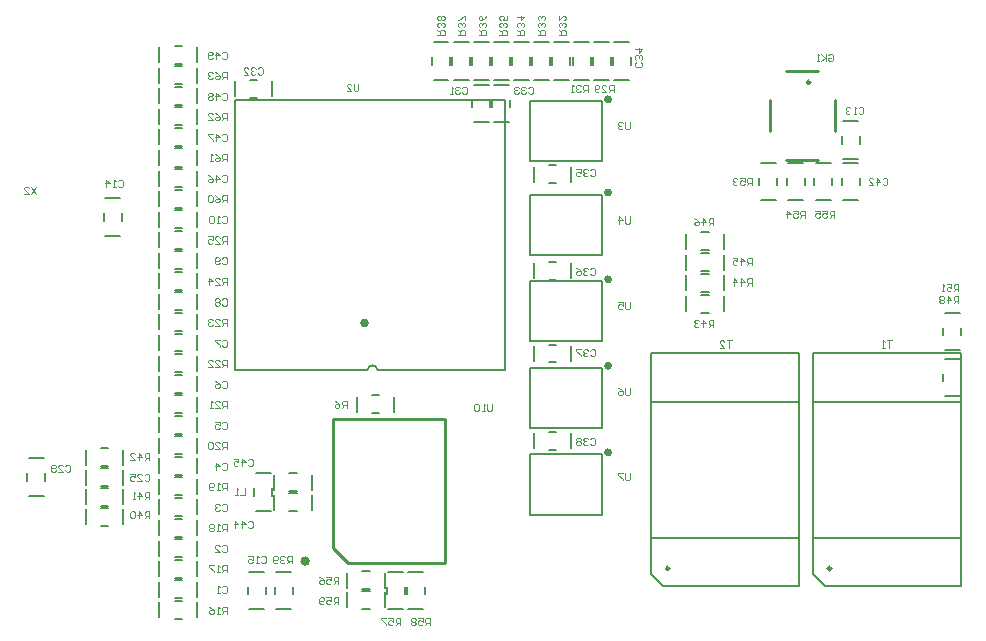
<source format=gbo>
G04*
G04 #@! TF.GenerationSoftware,Altium Limited,Altium Designer,22.1.2 (22)*
G04*
G04 Layer_Color=39423*
%FSAX42Y42*%
%MOMM*%
G71*
G04*
G04 #@! TF.SameCoordinates,E4C0A244-69B5-4938-BB08-EE03E06FC36A*
G04*
G04*
G04 #@! TF.FilePolarity,Positive*
G04*
G01*
G75*
%ADD12C,0.40*%
%ADD13C,0.15*%
%ADD14C,0.20*%
%ADD15C,0.25*%
%ADD17C,0.10*%
%ADD54C,0.30*%
D12*
X002570Y001162D02*
G03*
X002570Y001162I-000020J000000D01*
G01*
D13*
X002986Y002426D02*
Y002553D01*
X003304Y002426D02*
Y002553D01*
X003114Y002414D02*
X003177D01*
X003114Y002566D02*
X003177D01*
X000196Y001843D02*
Y001907D01*
X000349Y001843D02*
Y001907D01*
X000209Y002034D02*
X000336D01*
X000209Y001717D02*
X000336D01*
X004613Y002104D02*
X004676D01*
X004613Y002256D02*
X004676D01*
X004486Y002117D02*
Y002243D01*
X004803Y002117D02*
Y002243D01*
X004613Y002844D02*
X004676D01*
X004613Y002996D02*
X004676D01*
X004486Y002857D02*
Y002983D01*
X004803Y002857D02*
Y002983D01*
X004613Y003544D02*
X004676D01*
X004613Y003696D02*
X004676D01*
X004486Y003556D02*
Y003683D01*
X004803Y003556D02*
Y003683D01*
X004613Y004364D02*
X004676D01*
X004613Y004516D02*
X004676D01*
X004486Y004376D02*
Y004503D01*
X004803Y004376D02*
Y004503D01*
X005306Y005363D02*
Y005427D01*
X005154Y005363D02*
Y005427D01*
X005167Y005237D02*
X005294D01*
X005167Y005554D02*
X005294D01*
X001444Y005526D02*
X001507D01*
X001444Y005374D02*
X001507D01*
X001634Y005387D02*
Y005513D01*
X001316Y005387D02*
Y005513D01*
X001444Y005178D02*
X001507D01*
X001444Y005026D02*
X001507D01*
X001634Y005038D02*
Y005165D01*
X001316Y005038D02*
Y005165D01*
X001444Y004830D02*
X001507D01*
X001444Y004678D02*
X001507D01*
X001634Y004690D02*
Y004817D01*
X001316Y004690D02*
Y004817D01*
X001444Y004482D02*
X001507D01*
X001444Y004329D02*
X001507D01*
X001634Y004342D02*
Y004469D01*
X001316Y004342D02*
Y004469D01*
X002414Y001906D02*
X002477D01*
X002414Y001754D02*
X002477D01*
X002604Y001767D02*
Y001893D01*
X002286Y001767D02*
Y001893D01*
X002414Y001739D02*
X002477D01*
X002414Y001586D02*
X002477D01*
X002604Y001599D02*
Y001726D01*
X002286Y001599D02*
Y001726D01*
X007246Y004343D02*
Y004406D01*
X007094Y004343D02*
Y004406D01*
X007107Y004216D02*
X007233D01*
X007107Y004533D02*
X007233D01*
X004286Y005003D02*
Y005067D01*
X004134Y005003D02*
Y005067D01*
X004147Y004876D02*
X004274D01*
X004147Y005194D02*
X004274D01*
X002082Y005086D02*
X002146D01*
X002082Y005238D02*
X002146D01*
X001955Y005098D02*
Y005225D01*
X002273Y005098D02*
Y005225D01*
X003964Y005003D02*
Y005067D01*
X004116Y005003D02*
Y005067D01*
X003976Y005194D02*
X004103D01*
X003976Y004876D02*
X004103D01*
X000819Y001796D02*
X000882D01*
X000819Y001949D02*
X000882D01*
X000691Y001809D02*
Y001936D01*
X001009Y001809D02*
Y001936D01*
X002064Y000884D02*
Y000947D01*
X002216Y000884D02*
Y000947D01*
X002076Y001074D02*
X002203D01*
X002076Y000757D02*
X002203D01*
X000996Y004043D02*
Y004106D01*
X000844Y004043D02*
Y004106D01*
X000856Y003916D02*
X000984D01*
X000856Y004233D02*
X000984D01*
X007094Y004696D02*
Y004759D01*
X007246Y004696D02*
Y004759D01*
X007107Y004886D02*
X007233D01*
X007107Y004569D02*
X007233D01*
X001444Y004134D02*
X001507D01*
X001444Y003981D02*
X001507D01*
X001634Y003994D02*
Y004121D01*
X001316Y003994D02*
Y004121D01*
X001444Y003785D02*
X001507D01*
X001444Y003633D02*
X001507D01*
X001634Y003646D02*
Y003773D01*
X001316Y003646D02*
Y003773D01*
X001444Y003437D02*
X001507D01*
X001444Y003285D02*
X001507D01*
X001634Y003298D02*
Y003425D01*
X001316Y003298D02*
Y003425D01*
X001444Y003089D02*
X001507D01*
X001444Y002937D02*
X001507D01*
X001634Y002949D02*
Y003076D01*
X001316Y002949D02*
Y003076D01*
X001444Y002741D02*
X001507D01*
X001444Y002589D02*
X001507D01*
X001634Y002601D02*
Y002728D01*
X001316Y002601D02*
Y002728D01*
X001444Y002393D02*
X001507D01*
X001444Y002240D02*
X001507D01*
X001634Y002253D02*
Y002380D01*
X001316Y002253D02*
Y002380D01*
X001444Y002045D02*
X001507D01*
X001444Y001892D02*
X001507D01*
X001634Y001905D02*
Y002032D01*
X001316Y001905D02*
Y002032D01*
X001444Y001697D02*
X001507D01*
X001444Y001544D02*
X001507D01*
X001634Y001557D02*
Y001684D01*
X001316Y001557D02*
Y001684D01*
X001444Y001348D02*
X001507D01*
X001444Y001196D02*
X001507D01*
X001634Y001209D02*
Y001336D01*
X001316Y001209D02*
Y001336D01*
X001444Y001000D02*
X001507D01*
X001444Y000848D02*
X001507D01*
X001634Y000861D02*
Y000988D01*
X001316Y000861D02*
Y000988D01*
X005903Y003618D02*
X005967D01*
X005903Y003770D02*
X005967D01*
X005776Y003631D02*
Y003758D01*
X006094Y003631D02*
Y003758D01*
Y003455D02*
Y003582D01*
X005776Y003455D02*
Y003582D01*
X005903Y003595D02*
X005967D01*
X005903Y003442D02*
X005967D01*
X005903Y003266D02*
X005967D01*
X005903Y003419D02*
X005967D01*
X005776Y003279D02*
Y003406D01*
X006094Y003279D02*
Y003406D01*
X005903Y003794D02*
X005967D01*
X005903Y003946D02*
X005967D01*
X005776Y003806D02*
Y003933D01*
X006094Y003806D02*
Y003933D01*
X002132Y001586D02*
X002259D01*
X002132Y001904D02*
X002259D01*
X002271Y001714D02*
Y001777D01*
X002119Y001714D02*
Y001777D01*
X003226Y000770D02*
Y000897D01*
X002908Y000770D02*
Y000897D01*
X003035Y000909D02*
X003099D01*
X003035Y000757D02*
X003099D01*
X003035Y000924D02*
X003099D01*
X003035Y001076D02*
X003099D01*
X002908Y000936D02*
Y001064D01*
X003226Y000936D02*
Y001064D01*
X003241Y000884D02*
Y000947D01*
X003393Y000884D02*
Y000947D01*
X003254Y001074D02*
X003381D01*
X003254Y000757D02*
X003381D01*
X003421D02*
X003548D01*
X003421Y001074D02*
X003548D01*
X003561Y000884D02*
Y000947D01*
X003408Y000884D02*
Y000947D01*
X006780Y004343D02*
Y004406D01*
X006628Y004343D02*
Y004406D01*
X006641Y004216D02*
X006768D01*
X006641Y004533D02*
X006768D01*
X007013Y004343D02*
Y004406D01*
X006861Y004343D02*
Y004406D01*
X006874Y004216D02*
X007001D01*
X006874Y004533D02*
X007001D01*
X006395Y004343D02*
Y004406D01*
X006547Y004343D02*
Y004406D01*
X006408Y004533D02*
X006535D01*
X006408Y004216D02*
X006535D01*
X003624Y005363D02*
Y005427D01*
X003776Y005363D02*
Y005427D01*
X003637Y005554D02*
X003763D01*
X003637Y005237D02*
X003763D01*
X003794Y005363D02*
Y005427D01*
X003946Y005363D02*
Y005427D01*
X003806Y005554D02*
X003933D01*
X003806Y005237D02*
X003933D01*
X003964Y005363D02*
Y005427D01*
X004116Y005363D02*
Y005427D01*
X003976Y005554D02*
X004103D01*
X003976Y005237D02*
X004103D01*
X004134Y005363D02*
Y005427D01*
X004286Y005363D02*
Y005427D01*
X004147Y005554D02*
X004274D01*
X004147Y005237D02*
X004274D01*
X004304Y005363D02*
Y005427D01*
X004456Y005363D02*
Y005427D01*
X004317Y005554D02*
X004444D01*
X004317Y005237D02*
X004444D01*
X004474Y005363D02*
Y005427D01*
X004626Y005363D02*
Y005427D01*
X004487Y005554D02*
X004613D01*
X004487Y005237D02*
X004613D01*
X004644Y005363D02*
Y005427D01*
X004796Y005363D02*
Y005427D01*
X004656Y005554D02*
X004783D01*
X004656Y005237D02*
X004783D01*
X004826D02*
X004953D01*
X004826Y005554D02*
X004953D01*
X004966Y005363D02*
Y005427D01*
X004814Y005363D02*
Y005427D01*
X004997Y005554D02*
X005124D01*
X004997Y005237D02*
X005124D01*
X004984Y005363D02*
Y005427D01*
X005136Y005363D02*
Y005427D01*
X000691Y001976D02*
Y002103D01*
X001009Y001976D02*
Y002103D01*
X000819Y001964D02*
X000882D01*
X000819Y002116D02*
X000882D01*
X000819Y001614D02*
X000882D01*
X000819Y001462D02*
X000882D01*
X001009Y001474D02*
Y001601D01*
X000691Y001474D02*
Y001601D01*
X000819Y001781D02*
X000882D01*
X000819Y001629D02*
X000882D01*
X001009Y001642D02*
Y001769D01*
X000691Y001642D02*
Y001769D01*
X001316Y004516D02*
Y004643D01*
X001634Y004516D02*
Y004643D01*
X001444Y004503D02*
X001507D01*
X001444Y004656D02*
X001507D01*
X001444Y004308D02*
X001507D01*
X001444Y004155D02*
X001507D01*
X001634Y004168D02*
Y004295D01*
X001316Y004168D02*
Y004295D01*
X002306Y000757D02*
X002433D01*
X002306Y001074D02*
X002433D01*
X002445Y000884D02*
Y000947D01*
X002293Y000884D02*
Y000947D01*
X001316Y001035D02*
Y001162D01*
X001634Y001035D02*
Y001162D01*
X001444Y001022D02*
X001507D01*
X001444Y001174D02*
X001507D01*
X001316Y002427D02*
Y002554D01*
X001634Y002427D02*
Y002554D01*
X001444Y002415D02*
X001507D01*
X001444Y002567D02*
X001507D01*
X001316Y001383D02*
Y001510D01*
X001634Y001383D02*
Y001510D01*
X001444Y001370D02*
X001507D01*
X001444Y001522D02*
X001507D01*
X001316Y002079D02*
Y002206D01*
X001634Y002079D02*
Y002206D01*
X001444Y002066D02*
X001507D01*
X001444Y002219D02*
X001507D01*
X001316Y001731D02*
Y001858D01*
X001634Y001731D02*
Y001858D01*
X001444Y001718D02*
X001507D01*
X001444Y001871D02*
X001507D01*
X001316Y002775D02*
Y002902D01*
X001634Y002775D02*
Y002902D01*
X001444Y002763D02*
X001507D01*
X001444Y002915D02*
X001507D01*
X001316Y003472D02*
Y003599D01*
X001634Y003472D02*
Y003599D01*
X001444Y003459D02*
X001507D01*
X001444Y003611D02*
X001507D01*
X007954Y003074D02*
Y003137D01*
X008106Y003074D02*
Y003137D01*
X007967Y003264D02*
X008093D01*
X007967Y002947D02*
X008093D01*
X007954Y002683D02*
Y002747D01*
X008106Y002683D02*
Y002747D01*
X007967Y002874D02*
X008093D01*
X007967Y002556D02*
X008093D01*
X001316Y000686D02*
Y000814D01*
X001634Y000686D02*
Y000814D01*
X001444Y000674D02*
X001507D01*
X001444Y000826D02*
X001507D01*
X001316Y005212D02*
Y005339D01*
X001634Y005212D02*
Y005339D01*
X001444Y005200D02*
X001507D01*
X001444Y005352D02*
X001507D01*
X001316Y004864D02*
Y004991D01*
X001634Y004864D02*
Y004991D01*
X001444Y004852D02*
X001507D01*
X001444Y005004D02*
X001507D01*
X001316Y003820D02*
Y003947D01*
X001634Y003820D02*
Y003947D01*
X001444Y003807D02*
X001507D01*
X001444Y003960D02*
X001507D01*
X001316Y003124D02*
Y003251D01*
X001634Y003124D02*
Y003251D01*
X001444Y003111D02*
X001507D01*
X001444Y003263D02*
X001507D01*
D14*
X003164Y002782D02*
G03*
X003075Y002782I-000044J-000007D01*
G01*
X006850Y002920D02*
X008100D01*
X006850Y001360D02*
X008100D01*
X006850Y002510D02*
X008100D01*
Y000950D02*
Y002920D01*
X006850Y001050D02*
Y002920D01*
Y001050D02*
X006950Y000950D01*
X008100D01*
X005480Y002920D02*
X006730D01*
X005480Y001360D02*
X006730D01*
X005480Y002510D02*
X006730D01*
Y000950D02*
Y002920D01*
X005480Y001050D02*
Y002920D01*
Y001050D02*
X005580Y000950D01*
X006730D01*
X005065Y001556D02*
Y002065D01*
X004455Y001556D02*
X005065D01*
X004455Y002065D02*
X005065D01*
X004455Y001556D02*
Y002065D01*
Y002289D02*
Y002798D01*
X005065D01*
X004455Y002289D02*
X005065D01*
Y002798D01*
Y003023D02*
Y003532D01*
X004455Y003023D02*
X005065D01*
X004455Y003532D02*
X005065D01*
X004455Y003023D02*
Y003532D01*
Y003756D02*
Y004265D01*
X005065D01*
X004455Y003756D02*
X005065D01*
Y004265D01*
X004455Y004546D02*
Y005055D01*
X005065D01*
X004455Y004546D02*
X005065D01*
Y005055D01*
X003164Y002782D02*
X004244D01*
X001958D02*
X002529D01*
X003075D01*
X001958D02*
Y005068D01*
X004244D01*
Y002782D02*
Y005068D01*
D15*
X006828Y005216D02*
G03*
X006828Y005216I-000015J000000D01*
G01*
X007004Y001100D02*
G03*
X007004Y001100I-000014J000000D01*
G01*
X005634D02*
G03*
X005634Y001100I-000014J000000D01*
G01*
X002785Y001270D02*
Y002363D01*
Y001270D02*
X002912Y001143D01*
X003738D01*
X002785Y002363D02*
X003738D01*
Y001143D02*
Y002363D01*
X006488Y004801D02*
Y005064D01*
X007032Y004801D02*
Y005064D01*
X006625Y004554D02*
X006888D01*
X006625Y005309D02*
X006888D01*
D17*
X006005Y003145D02*
Y003205D01*
X005975D01*
X005965Y003195D01*
Y003175D01*
X005975Y003165D01*
X006005D01*
X005985D02*
X005965Y003145D01*
X005915D02*
Y003205D01*
X005945Y003175D01*
X005905D01*
X005885Y003195D02*
X005875Y003205D01*
X005855D01*
X005845Y003195D01*
Y003185D01*
X005855Y003175D01*
X005865D01*
X005855D01*
X005845Y003165D01*
Y003155D01*
X005855Y003145D01*
X005875D01*
X005885Y003155D01*
X004130Y002496D02*
Y002446D01*
X004120Y002436D01*
X004100D01*
X004090Y002446D01*
Y002496D01*
X004070Y002436D02*
X004050D01*
X004060D01*
Y002496D01*
X004070Y002486D01*
X004020D02*
X004010Y002496D01*
X003990D01*
X003980Y002486D01*
Y002446D01*
X003990Y002436D01*
X004010D01*
X004020Y002446D01*
Y002486D01*
X002900Y002460D02*
Y002520D01*
X002870D01*
X002860Y002510D01*
Y002490D01*
X002870Y002480D01*
X002900D01*
X002880D02*
X002860Y002460D01*
X002800Y002520D02*
X002820Y002510D01*
X002840Y002490D01*
Y002470D01*
X002830Y002460D01*
X002810D01*
X002800Y002470D01*
Y002480D01*
X002810Y002490D01*
X002840D01*
X001886Y005243D02*
Y005303D01*
X001856D01*
X001846Y005293D01*
Y005273D01*
X001856Y005263D01*
X001886D01*
X001866D02*
X001846Y005243D01*
X001786Y005303D02*
X001806Y005293D01*
X001826Y005273D01*
Y005253D01*
X001816Y005243D01*
X001796D01*
X001786Y005253D01*
Y005263D01*
X001796Y005273D01*
X001826D01*
X001766Y005293D02*
X001756Y005303D01*
X001736D01*
X001726Y005293D01*
Y005283D01*
X001736Y005273D01*
X001746D01*
X001736D01*
X001726Y005263D01*
Y005253D01*
X001736Y005243D01*
X001756D01*
X001766Y005253D01*
X001886Y004895D02*
Y004955D01*
X001856D01*
X001846Y004945D01*
Y004925D01*
X001856Y004915D01*
X001886D01*
X001866D02*
X001846Y004895D01*
X001786Y004955D02*
X001806Y004945D01*
X001826Y004925D01*
Y004905D01*
X001816Y004895D01*
X001796D01*
X001786Y004905D01*
Y004915D01*
X001796Y004925D01*
X001826D01*
X001726Y004895D02*
X001766D01*
X001726Y004935D01*
Y004945D01*
X001736Y004955D01*
X001756D01*
X001766Y004945D01*
X001886Y004547D02*
Y004607D01*
X001856D01*
X001846Y004597D01*
Y004577D01*
X001856Y004567D01*
X001886D01*
X001866D02*
X001846Y004547D01*
X001786Y004607D02*
X001806Y004597D01*
X001826Y004577D01*
Y004557D01*
X001816Y004547D01*
X001796D01*
X001786Y004557D01*
Y004567D01*
X001796Y004577D01*
X001826D01*
X001766Y004547D02*
X001746D01*
X001756D01*
Y004607D01*
X001766Y004597D01*
X001886Y004199D02*
Y004259D01*
X001856D01*
X001846Y004249D01*
Y004229D01*
X001856Y004219D01*
X001886D01*
X001866D02*
X001846Y004199D01*
X001786Y004259D02*
X001806Y004249D01*
X001826Y004229D01*
Y004209D01*
X001816Y004199D01*
X001796D01*
X001786Y004209D01*
Y004219D01*
X001796Y004229D01*
X001826D01*
X001766Y004249D02*
X001756Y004259D01*
X001736D01*
X001726Y004249D01*
Y004209D01*
X001736Y004199D01*
X001756D01*
X001766Y004209D01*
Y004249D01*
X001846Y005465D02*
X001856Y005475D01*
X001876D01*
X001886Y005465D01*
Y005425D01*
X001876Y005415D01*
X001856D01*
X001846Y005425D01*
X001796Y005415D02*
Y005475D01*
X001826Y005445D01*
X001786D01*
X001766Y005425D02*
X001756Y005415D01*
X001736D01*
X001726Y005425D01*
Y005465D01*
X001736Y005475D01*
X001756D01*
X001766Y005465D01*
Y005455D01*
X001756Y005445D01*
X001726D01*
X001846Y005117D02*
X001856Y005127D01*
X001876D01*
X001886Y005117D01*
Y005077D01*
X001876Y005067D01*
X001856D01*
X001846Y005077D01*
X001796Y005067D02*
Y005127D01*
X001826Y005097D01*
X001786D01*
X001766Y005117D02*
X001756Y005127D01*
X001736D01*
X001726Y005117D01*
Y005107D01*
X001736Y005097D01*
X001726Y005087D01*
Y005077D01*
X001736Y005067D01*
X001756D01*
X001766Y005077D01*
Y005087D01*
X001756Y005097D01*
X001766Y005107D01*
Y005117D01*
X001756Y005097D02*
X001736D01*
X001846Y004769D02*
X001856Y004779D01*
X001876D01*
X001886Y004769D01*
Y004729D01*
X001876Y004719D01*
X001856D01*
X001846Y004729D01*
X001796Y004719D02*
Y004779D01*
X001826Y004749D01*
X001786D01*
X001766Y004779D02*
X001726D01*
Y004769D01*
X001766Y004729D01*
Y004719D01*
X001846Y004421D02*
X001856Y004431D01*
X001876D01*
X001886Y004421D01*
Y004381D01*
X001876Y004371D01*
X001856D01*
X001846Y004381D01*
X001796Y004371D02*
Y004431D01*
X001826Y004401D01*
X001786D01*
X001726Y004431D02*
X001746Y004421D01*
X001766Y004401D01*
Y004381D01*
X001756Y004371D01*
X001736D01*
X001726Y004381D01*
Y004391D01*
X001736Y004401D01*
X001766D01*
X001886Y003851D02*
Y003911D01*
X001856D01*
X001846Y003901D01*
Y003881D01*
X001856Y003871D01*
X001886D01*
X001866D02*
X001846Y003851D01*
X001786D02*
X001826D01*
X001786Y003891D01*
Y003901D01*
X001796Y003911D01*
X001816D01*
X001826Y003901D01*
X001726Y003911D02*
X001766D01*
Y003881D01*
X001746Y003891D01*
X001736D01*
X001726Y003881D01*
Y003861D01*
X001736Y003851D01*
X001756D01*
X001766Y003861D01*
X001886Y003503D02*
Y003563D01*
X001856D01*
X001846Y003553D01*
Y003533D01*
X001856Y003523D01*
X001886D01*
X001866D02*
X001846Y003503D01*
X001786D02*
X001826D01*
X001786Y003543D01*
Y003553D01*
X001796Y003563D01*
X001816D01*
X001826Y003553D01*
X001736Y003503D02*
Y003563D01*
X001766Y003533D01*
X001726D01*
X001886Y003155D02*
Y003215D01*
X001856D01*
X001846Y003205D01*
Y003185D01*
X001856Y003175D01*
X001886D01*
X001866D02*
X001846Y003155D01*
X001786D02*
X001826D01*
X001786Y003195D01*
Y003205D01*
X001796Y003215D01*
X001816D01*
X001826Y003205D01*
X001766D02*
X001756Y003215D01*
X001736D01*
X001726Y003205D01*
Y003195D01*
X001736Y003185D01*
X001746D01*
X001736D01*
X001726Y003175D01*
Y003165D01*
X001736Y003155D01*
X001756D01*
X001766Y003165D01*
X001886Y002806D02*
Y002866D01*
X001856D01*
X001846Y002856D01*
Y002836D01*
X001856Y002826D01*
X001886D01*
X001866D02*
X001846Y002806D01*
X001786D02*
X001826D01*
X001786Y002846D01*
Y002856D01*
X001796Y002866D01*
X001816D01*
X001826Y002856D01*
X001726Y002806D02*
X001766D01*
X001726Y002846D01*
Y002856D01*
X001736Y002866D01*
X001756D01*
X001766Y002856D01*
X001886Y002458D02*
Y002518D01*
X001856D01*
X001846Y002508D01*
Y002488D01*
X001856Y002478D01*
X001886D01*
X001866D02*
X001846Y002458D01*
X001786D02*
X001826D01*
X001786Y002498D01*
Y002508D01*
X001796Y002518D01*
X001816D01*
X001826Y002508D01*
X001766Y002458D02*
X001746D01*
X001756D01*
Y002518D01*
X001766Y002508D01*
X001886Y002110D02*
Y002170D01*
X001856D01*
X001846Y002160D01*
Y002140D01*
X001856Y002130D01*
X001886D01*
X001866D02*
X001846Y002110D01*
X001786D02*
X001826D01*
X001786Y002150D01*
Y002160D01*
X001796Y002170D01*
X001816D01*
X001826Y002160D01*
X001766D02*
X001756Y002170D01*
X001736D01*
X001726Y002160D01*
Y002120D01*
X001736Y002110D01*
X001756D01*
X001766Y002120D01*
Y002160D01*
X001886Y001762D02*
Y001822D01*
X001856D01*
X001846Y001812D01*
Y001792D01*
X001856Y001782D01*
X001886D01*
X001866D02*
X001846Y001762D01*
X001826D02*
X001806D01*
X001816D01*
Y001822D01*
X001826Y001812D01*
X001776Y001772D02*
X001766Y001762D01*
X001746D01*
X001736Y001772D01*
Y001812D01*
X001746Y001822D01*
X001766D01*
X001776Y001812D01*
Y001802D01*
X001766Y001792D01*
X001736D01*
X001886Y001414D02*
Y001474D01*
X001856D01*
X001846Y001464D01*
Y001444D01*
X001856Y001434D01*
X001886D01*
X001866D02*
X001846Y001414D01*
X001826D02*
X001806D01*
X001816D01*
Y001474D01*
X001826Y001464D01*
X001776D02*
X001766Y001474D01*
X001746D01*
X001736Y001464D01*
Y001454D01*
X001746Y001444D01*
X001736Y001434D01*
Y001424D01*
X001746Y001414D01*
X001766D01*
X001776Y001424D01*
Y001434D01*
X001766Y001444D01*
X001776Y001454D01*
Y001464D01*
X001766Y001444D02*
X001746D01*
X001846Y004073D02*
X001856Y004083D01*
X001876D01*
X001886Y004073D01*
Y004033D01*
X001876Y004023D01*
X001856D01*
X001846Y004033D01*
X001826Y004023D02*
X001806D01*
X001816D01*
Y004083D01*
X001826Y004073D01*
X001776D02*
X001766Y004083D01*
X001746D01*
X001736Y004073D01*
Y004033D01*
X001746Y004023D01*
X001766D01*
X001776Y004033D01*
Y004073D01*
X001846Y003724D02*
X001856Y003734D01*
X001876D01*
X001886Y003724D01*
Y003685D01*
X001876Y003675D01*
X001856D01*
X001846Y003685D01*
X001826D02*
X001816Y003675D01*
X001796D01*
X001786Y003685D01*
Y003724D01*
X001796Y003734D01*
X001816D01*
X001826Y003724D01*
Y003714D01*
X001816Y003704D01*
X001786D01*
X001846Y003376D02*
X001856Y003386D01*
X001876D01*
X001886Y003376D01*
Y003336D01*
X001876Y003326D01*
X001856D01*
X001846Y003336D01*
X001826Y003376D02*
X001816Y003386D01*
X001796D01*
X001786Y003376D01*
Y003366D01*
X001796Y003356D01*
X001786Y003346D01*
Y003336D01*
X001796Y003326D01*
X001816D01*
X001826Y003336D01*
Y003346D01*
X001816Y003356D01*
X001826Y003366D01*
Y003376D01*
X001816Y003356D02*
X001796D01*
X001846Y003028D02*
X001856Y003038D01*
X001876D01*
X001886Y003028D01*
Y002988D01*
X001876Y002978D01*
X001856D01*
X001846Y002988D01*
X001826Y003038D02*
X001786D01*
Y003028D01*
X001826Y002988D01*
Y002978D01*
X001846Y002680D02*
X001856Y002690D01*
X001876D01*
X001886Y002680D01*
Y002640D01*
X001876Y002630D01*
X001856D01*
X001846Y002640D01*
X001786Y002690D02*
X001806Y002680D01*
X001826Y002660D01*
Y002640D01*
X001816Y002630D01*
X001796D01*
X001786Y002640D01*
Y002650D01*
X001796Y002660D01*
X001826D01*
X001846Y002332D02*
X001856Y002342D01*
X001876D01*
X001886Y002332D01*
Y002292D01*
X001876Y002282D01*
X001856D01*
X001846Y002292D01*
X001786Y002342D02*
X001826D01*
Y002312D01*
X001806Y002322D01*
X001796D01*
X001786Y002312D01*
Y002292D01*
X001796Y002282D01*
X001816D01*
X001826Y002292D01*
X001846Y001984D02*
X001856Y001994D01*
X001876D01*
X001886Y001984D01*
Y001944D01*
X001876Y001934D01*
X001856D01*
X001846Y001944D01*
X001796Y001934D02*
Y001994D01*
X001826Y001964D01*
X001786D01*
X001846Y001636D02*
X001856Y001646D01*
X001876D01*
X001886Y001636D01*
Y001596D01*
X001876Y001586D01*
X001856D01*
X001846Y001596D01*
X001826Y001636D02*
X001816Y001646D01*
X001796D01*
X001786Y001636D01*
Y001626D01*
X001796Y001616D01*
X001806D01*
X001796D01*
X001786Y001606D01*
Y001596D01*
X001796Y001586D01*
X001816D01*
X001826Y001596D01*
X001846Y001287D02*
X001856Y001297D01*
X001876D01*
X001886Y001287D01*
Y001247D01*
X001876Y001237D01*
X001856D01*
X001846Y001247D01*
X001786Y001237D02*
X001826D01*
X001786Y001277D01*
Y001287D01*
X001796Y001297D01*
X001816D01*
X001826Y001287D01*
X006980Y005445D02*
X006990Y005455D01*
X007010D01*
X007020Y005445D01*
Y005405D01*
X007010Y005395D01*
X006990D01*
X006980Y005405D01*
Y005425D01*
X007000D01*
X006960Y005455D02*
Y005395D01*
Y005415D01*
X006920Y005455D01*
X006950Y005425D01*
X006920Y005395D01*
X006900D02*
X006880D01*
X006890D01*
Y005455D01*
X006900Y005445D01*
X000270Y004330D02*
X000230Y004270D01*
Y004330D02*
X000270Y004270D01*
X000170D02*
X000210D01*
X000170Y004310D01*
Y004320D01*
X000180Y004330D01*
X000200D01*
X000210Y004320D01*
X005300Y001905D02*
Y001855D01*
X005290Y001845D01*
X005270D01*
X005260Y001855D01*
Y001905D01*
X005240D02*
X005200D01*
Y001895D01*
X005240Y001855D01*
Y001845D01*
X005300Y002630D02*
Y002580D01*
X005290Y002570D01*
X005270D01*
X005260Y002580D01*
Y002630D01*
X005200D02*
X005220Y002620D01*
X005240Y002600D01*
Y002580D01*
X005230Y002570D01*
X005210D01*
X005200Y002580D01*
Y002590D01*
X005210Y002600D01*
X005240D01*
X005300Y003355D02*
Y003305D01*
X005290Y003295D01*
X005270D01*
X005260Y003305D01*
Y003355D01*
X005200D02*
X005240D01*
Y003325D01*
X005220Y003335D01*
X005210D01*
X005200Y003325D01*
Y003305D01*
X005210Y003295D01*
X005230D01*
X005240Y003305D01*
X005300Y004080D02*
Y004030D01*
X005290Y004020D01*
X005270D01*
X005260Y004030D01*
Y004080D01*
X005210Y004020D02*
Y004080D01*
X005240Y004050D01*
X005200D01*
X005300Y004880D02*
Y004830D01*
X005290Y004820D01*
X005270D01*
X005260Y004830D01*
Y004880D01*
X005240Y004870D02*
X005230Y004880D01*
X005210D01*
X005200Y004870D01*
Y004860D01*
X005210Y004850D01*
X005220D01*
X005210D01*
X005200Y004840D01*
Y004830D01*
X005210Y004820D01*
X005230D01*
X005240Y004830D01*
X003000Y005205D02*
Y005155D01*
X002990Y005145D01*
X002970D01*
X002960Y005155D01*
Y005205D01*
X002900Y005145D02*
X002940D01*
X002900Y005185D01*
Y005195D01*
X002910Y005205D01*
X002930D01*
X002940Y005195D01*
X006160Y003030D02*
X006120D01*
X006140D01*
Y002970D01*
X006060D02*
X006100D01*
X006060Y003010D01*
Y003020D01*
X006070Y003030D01*
X006090D01*
X006100Y003020D01*
X007515Y003030D02*
X007475D01*
X007495D01*
Y002970D01*
X007455D02*
X007435D01*
X007445D01*
Y003030D01*
X007455Y003020D01*
X002830Y000795D02*
Y000855D01*
X002800D01*
X002790Y000845D01*
Y000825D01*
X002800Y000815D01*
X002830D01*
X002810D02*
X002790Y000795D01*
X002730Y000855D02*
X002770D01*
Y000825D01*
X002750Y000835D01*
X002740D01*
X002730Y000825D01*
Y000805D01*
X002740Y000795D01*
X002760D01*
X002770Y000805D01*
X002710D02*
X002700Y000795D01*
X002680D01*
X002670Y000805D01*
Y000845D01*
X002680Y000855D01*
X002700D01*
X002710Y000845D01*
Y000835D01*
X002700Y000825D01*
X002670D01*
X003605Y000620D02*
Y000680D01*
X003575D01*
X003565Y000670D01*
Y000650D01*
X003575Y000640D01*
X003605D01*
X003585D02*
X003565Y000620D01*
X003505Y000680D02*
X003545D01*
Y000650D01*
X003525Y000660D01*
X003515D01*
X003505Y000650D01*
Y000630D01*
X003515Y000620D01*
X003535D01*
X003545Y000630D01*
X003485Y000670D02*
X003475Y000680D01*
X003455D01*
X003445Y000670D01*
Y000660D01*
X003455Y000650D01*
X003445Y000640D01*
Y000630D01*
X003455Y000620D01*
X003475D01*
X003485Y000630D01*
Y000640D01*
X003475Y000650D01*
X003485Y000660D01*
Y000670D01*
X003475Y000650D02*
X003455D01*
X003355Y000620D02*
Y000680D01*
X003325D01*
X003315Y000670D01*
Y000650D01*
X003325Y000640D01*
X003355D01*
X003335D02*
X003315Y000620D01*
X003255Y000680D02*
X003295D01*
Y000650D01*
X003275Y000660D01*
X003265D01*
X003255Y000650D01*
Y000630D01*
X003265Y000620D01*
X003285D01*
X003295Y000630D01*
X003235Y000680D02*
X003195D01*
Y000670D01*
X003235Y000630D01*
Y000620D01*
X002830Y000970D02*
Y001030D01*
X002800D01*
X002790Y001020D01*
Y001000D01*
X002800Y000990D01*
X002830D01*
X002810D02*
X002790Y000970D01*
X002730Y001030D02*
X002770D01*
Y001000D01*
X002750Y001010D01*
X002740D01*
X002730Y001000D01*
Y000980D01*
X002740Y000970D01*
X002760D01*
X002770Y000980D01*
X002670Y001030D02*
X002690Y001020D01*
X002710Y001000D01*
Y000980D01*
X002700Y000970D01*
X002680D01*
X002670Y000980D01*
Y000990D01*
X002680Y001000D01*
X002710D01*
X007030Y004070D02*
Y004130D01*
X007000D01*
X006990Y004120D01*
Y004100D01*
X007000Y004090D01*
X007030D01*
X007010D02*
X006990Y004070D01*
X006930Y004130D02*
X006970D01*
Y004100D01*
X006950Y004110D01*
X006940D01*
X006930Y004100D01*
Y004080D01*
X006940Y004070D01*
X006960D01*
X006970Y004080D01*
X006870Y004130D02*
X006910D01*
Y004100D01*
X006890Y004110D01*
X006880D01*
X006870Y004100D01*
Y004080D01*
X006880Y004070D01*
X006900D01*
X006910Y004080D01*
X006780Y004070D02*
Y004130D01*
X006750D01*
X006740Y004120D01*
Y004100D01*
X006750Y004090D01*
X006780D01*
X006760D02*
X006740Y004070D01*
X006680Y004130D02*
X006720D01*
Y004100D01*
X006700Y004110D01*
X006690D01*
X006680Y004100D01*
Y004080D01*
X006690Y004070D01*
X006710D01*
X006720Y004080D01*
X006630Y004070D02*
Y004130D01*
X006660Y004100D01*
X006620D01*
X006330Y004345D02*
Y004405D01*
X006300D01*
X006290Y004395D01*
Y004375D01*
X006300Y004365D01*
X006330D01*
X006310D02*
X006290Y004345D01*
X006230Y004405D02*
X006270D01*
Y004375D01*
X006250Y004385D01*
X006240D01*
X006230Y004375D01*
Y004355D01*
X006240Y004345D01*
X006260D01*
X006270Y004355D01*
X006210Y004395D02*
X006200Y004405D01*
X006180D01*
X006170Y004395D01*
Y004385D01*
X006180Y004375D01*
X006190D01*
X006180D01*
X006170Y004365D01*
Y004355D01*
X006180Y004345D01*
X006200D01*
X006210Y004355D01*
X008080Y003445D02*
Y003505D01*
X008050D01*
X008040Y003495D01*
Y003475D01*
X008050Y003465D01*
X008080D01*
X008060D02*
X008040Y003445D01*
X007980Y003505D02*
X008020D01*
Y003475D01*
X008000Y003485D01*
X007990D01*
X007980Y003475D01*
Y003455D01*
X007990Y003445D01*
X008010D01*
X008020Y003455D01*
X007960Y003445D02*
X007940D01*
X007950D01*
Y003505D01*
X007960Y003495D01*
X008080Y003345D02*
Y003405D01*
X008050D01*
X008040Y003395D01*
Y003375D01*
X008050Y003365D01*
X008080D01*
X008060D02*
X008040Y003345D01*
X007990D02*
Y003405D01*
X008020Y003375D01*
X007980D01*
X007960Y003395D02*
X007950Y003405D01*
X007930D01*
X007920Y003395D01*
Y003385D01*
X007930Y003375D01*
X007920Y003365D01*
Y003355D01*
X007930Y003345D01*
X007950D01*
X007960Y003355D01*
Y003365D01*
X007950Y003375D01*
X007960Y003385D01*
Y003395D01*
X007950Y003375D02*
X007930D01*
X006005Y004004D02*
Y004064D01*
X005975D01*
X005965Y004054D01*
Y004034D01*
X005975Y004024D01*
X006005D01*
X005985D02*
X005965Y004004D01*
X005915D02*
Y004064D01*
X005945Y004034D01*
X005905D01*
X005845Y004064D02*
X005865Y004054D01*
X005885Y004034D01*
Y004014D01*
X005875Y004004D01*
X005855D01*
X005845Y004014D01*
Y004024D01*
X005855Y004034D01*
X005885D01*
X006330Y003670D02*
Y003730D01*
X006300D01*
X006290Y003720D01*
Y003700D01*
X006300Y003690D01*
X006330D01*
X006310D02*
X006290Y003670D01*
X006240D02*
Y003730D01*
X006270Y003700D01*
X006230D01*
X006170Y003730D02*
X006210D01*
Y003700D01*
X006190Y003710D01*
X006180D01*
X006170Y003700D01*
Y003680D01*
X006180Y003670D01*
X006200D01*
X006210Y003680D01*
X006330Y003495D02*
Y003555D01*
X006300D01*
X006290Y003545D01*
Y003525D01*
X006300Y003515D01*
X006330D01*
X006310D02*
X006290Y003495D01*
X006240D02*
Y003555D01*
X006270Y003525D01*
X006230D01*
X006180Y003495D02*
Y003555D01*
X006210Y003525D01*
X006170D01*
X001230Y002017D02*
Y002077D01*
X001200D01*
X001190Y002067D01*
Y002047D01*
X001200Y002037D01*
X001230D01*
X001210D02*
X001190Y002017D01*
X001140D02*
Y002077D01*
X001170Y002047D01*
X001130D01*
X001070Y002017D02*
X001110D01*
X001070Y002057D01*
Y002067D01*
X001080Y002077D01*
X001100D01*
X001110Y002067D01*
X001230Y001685D02*
Y001745D01*
X001200D01*
X001190Y001735D01*
Y001715D01*
X001200Y001705D01*
X001230D01*
X001210D02*
X001190Y001685D01*
X001140D02*
Y001745D01*
X001170Y001715D01*
X001130D01*
X001110Y001685D02*
X001090D01*
X001100D01*
Y001745D01*
X001110Y001735D01*
X001230Y001523D02*
Y001583D01*
X001200D01*
X001190Y001573D01*
Y001553D01*
X001200Y001543D01*
X001230D01*
X001210D02*
X001190Y001523D01*
X001140D02*
Y001583D01*
X001170Y001553D01*
X001130D01*
X001110Y001573D02*
X001100Y001583D01*
X001080D01*
X001070Y001573D01*
Y001533D01*
X001080Y001523D01*
X001100D01*
X001110Y001533D01*
Y001573D01*
X002439Y001143D02*
Y001203D01*
X002409D01*
X002399Y001193D01*
Y001173D01*
X002409Y001163D01*
X002439D01*
X002419D02*
X002399Y001143D01*
X002379Y001193D02*
X002369Y001203D01*
X002349D01*
X002339Y001193D01*
Y001183D01*
X002349Y001173D01*
X002359D01*
X002349D01*
X002339Y001163D01*
Y001153D01*
X002349Y001143D01*
X002369D01*
X002379Y001153D01*
X002319D02*
X002309Y001143D01*
X002289D01*
X002279Y001153D01*
Y001193D01*
X002289Y001203D01*
X002309D01*
X002319Y001193D01*
Y001183D01*
X002309Y001173D01*
X002279D01*
X003670Y005620D02*
X003730D01*
Y005650D01*
X003720Y005660D01*
X003700D01*
X003690Y005650D01*
Y005620D01*
Y005640D02*
X003670Y005660D01*
X003720Y005680D02*
X003730Y005690D01*
Y005710D01*
X003720Y005720D01*
X003710D01*
X003700Y005710D01*
Y005700D01*
Y005710D01*
X003690Y005720D01*
X003680D01*
X003670Y005710D01*
Y005690D01*
X003680Y005680D01*
X003720Y005740D02*
X003730Y005750D01*
Y005770D01*
X003720Y005780D01*
X003710D01*
X003700Y005770D01*
X003690Y005780D01*
X003680D01*
X003670Y005770D01*
Y005750D01*
X003680Y005740D01*
X003690D01*
X003700Y005750D01*
X003710Y005740D01*
X003720D01*
X003700Y005750D02*
Y005770D01*
X003845Y005620D02*
X003905D01*
Y005650D01*
X003895Y005660D01*
X003875D01*
X003865Y005650D01*
Y005620D01*
Y005640D02*
X003845Y005660D01*
X003895Y005680D02*
X003905Y005690D01*
Y005710D01*
X003895Y005720D01*
X003885D01*
X003875Y005710D01*
Y005700D01*
Y005710D01*
X003865Y005720D01*
X003855D01*
X003845Y005710D01*
Y005690D01*
X003855Y005680D01*
X003905Y005740D02*
Y005780D01*
X003895D01*
X003855Y005740D01*
X003845D01*
X004020Y005620D02*
X004080D01*
Y005650D01*
X004070Y005660D01*
X004050D01*
X004040Y005650D01*
Y005620D01*
Y005640D02*
X004020Y005660D01*
X004070Y005680D02*
X004080Y005690D01*
Y005710D01*
X004070Y005720D01*
X004060D01*
X004050Y005710D01*
Y005700D01*
Y005710D01*
X004040Y005720D01*
X004030D01*
X004020Y005710D01*
Y005690D01*
X004030Y005680D01*
X004080Y005780D02*
X004070Y005760D01*
X004050Y005740D01*
X004030D01*
X004020Y005750D01*
Y005770D01*
X004030Y005780D01*
X004040D01*
X004050Y005770D01*
Y005740D01*
X004195Y005620D02*
X004255D01*
Y005650D01*
X004245Y005660D01*
X004225D01*
X004215Y005650D01*
Y005620D01*
Y005640D02*
X004195Y005660D01*
X004245Y005680D02*
X004255Y005690D01*
Y005710D01*
X004245Y005720D01*
X004235D01*
X004225Y005710D01*
Y005700D01*
Y005710D01*
X004215Y005720D01*
X004205D01*
X004195Y005710D01*
Y005690D01*
X004205Y005680D01*
X004255Y005780D02*
Y005740D01*
X004225D01*
X004235Y005760D01*
Y005770D01*
X004225Y005780D01*
X004205D01*
X004195Y005770D01*
Y005750D01*
X004205Y005740D01*
X004345Y005620D02*
X004405D01*
Y005650D01*
X004395Y005660D01*
X004375D01*
X004365Y005650D01*
Y005620D01*
Y005640D02*
X004345Y005660D01*
X004395Y005680D02*
X004405Y005690D01*
Y005710D01*
X004395Y005720D01*
X004385D01*
X004375Y005710D01*
Y005700D01*
Y005710D01*
X004365Y005720D01*
X004355D01*
X004345Y005710D01*
Y005690D01*
X004355Y005680D01*
X004345Y005770D02*
X004405D01*
X004375Y005740D01*
Y005780D01*
X004520Y005620D02*
X004580D01*
Y005650D01*
X004570Y005660D01*
X004550D01*
X004540Y005650D01*
Y005620D01*
Y005640D02*
X004520Y005660D01*
X004570Y005680D02*
X004580Y005690D01*
Y005710D01*
X004570Y005720D01*
X004560D01*
X004550Y005710D01*
Y005700D01*
Y005710D01*
X004540Y005720D01*
X004530D01*
X004520Y005710D01*
Y005690D01*
X004530Y005680D01*
X004570Y005740D02*
X004580Y005750D01*
Y005770D01*
X004570Y005780D01*
X004560D01*
X004550Y005770D01*
Y005760D01*
Y005770D01*
X004540Y005780D01*
X004530D01*
X004520Y005770D01*
Y005750D01*
X004530Y005740D01*
X004695Y005620D02*
X004755D01*
Y005650D01*
X004745Y005660D01*
X004725D01*
X004715Y005650D01*
Y005620D01*
Y005640D02*
X004695Y005660D01*
X004745Y005680D02*
X004755Y005690D01*
Y005710D01*
X004745Y005720D01*
X004735D01*
X004725Y005710D01*
Y005700D01*
Y005710D01*
X004715Y005720D01*
X004705D01*
X004695Y005710D01*
Y005690D01*
X004705Y005680D01*
X004695Y005780D02*
Y005740D01*
X004735Y005780D01*
X004745D01*
X004755Y005770D01*
Y005750D01*
X004745Y005740D01*
X004942Y005131D02*
Y005191D01*
X004912D01*
X004902Y005181D01*
Y005161D01*
X004912Y005151D01*
X004942D01*
X004922D02*
X004902Y005131D01*
X004882Y005181D02*
X004872Y005191D01*
X004852D01*
X004842Y005181D01*
Y005171D01*
X004852Y005161D01*
X004862D01*
X004852D01*
X004842Y005151D01*
Y005141D01*
X004852Y005131D01*
X004872D01*
X004882Y005141D01*
X004822Y005131D02*
X004802D01*
X004812D01*
Y005191D01*
X004822Y005181D01*
X005161Y005131D02*
Y005191D01*
X005131D01*
X005121Y005181D01*
Y005161D01*
X005131Y005151D01*
X005161D01*
X005141D02*
X005121Y005131D01*
X005061D02*
X005101D01*
X005061Y005171D01*
Y005181D01*
X005071Y005191D01*
X005091D01*
X005101Y005181D01*
X005041Y005141D02*
X005031Y005131D01*
X005011D01*
X005001Y005141D01*
Y005181D01*
X005011Y005191D01*
X005031D01*
X005041Y005181D01*
Y005171D01*
X005031Y005161D01*
X005001D01*
X001886Y001066D02*
Y001126D01*
X001856D01*
X001846Y001116D01*
Y001096D01*
X001856Y001086D01*
X001886D01*
X001866D02*
X001846Y001066D01*
X001826D02*
X001806D01*
X001816D01*
Y001126D01*
X001826Y001116D01*
X001776Y001126D02*
X001736D01*
Y001116D01*
X001776Y001076D01*
Y001066D01*
X001886Y000718D02*
Y000777D01*
X001856D01*
X001846Y000767D01*
Y000747D01*
X001856Y000738D01*
X001886D01*
X001866D02*
X001846Y000718D01*
X001826D02*
X001806D01*
X001816D01*
Y000777D01*
X001826Y000767D01*
X001736Y000777D02*
X001756Y000767D01*
X001776Y000747D01*
Y000728D01*
X001766Y000718D01*
X001746D01*
X001736Y000728D01*
Y000738D01*
X001746Y000747D01*
X001776D01*
X002040Y001780D02*
Y001720D01*
X002000D01*
X001980D02*
X001960D01*
X001970D01*
Y001780D01*
X001980Y001770D01*
X002065Y002020D02*
X002075Y002030D01*
X002095D01*
X002105Y002020D01*
Y001980D01*
X002095Y001970D01*
X002075D01*
X002065Y001980D01*
X002015Y001970D02*
Y002030D01*
X002045Y002000D01*
X002005D01*
X001945Y002030D02*
X001985D01*
Y002000D01*
X001965Y002010D01*
X001955D01*
X001945Y002000D01*
Y001980D01*
X001955Y001970D01*
X001975D01*
X001985Y001980D01*
X002065Y001495D02*
X002075Y001505D01*
X002095D01*
X002105Y001495D01*
Y001455D01*
X002095Y001445D01*
X002075D01*
X002065Y001455D01*
X002015Y001445D02*
Y001505D01*
X002045Y001475D01*
X002005D01*
X001955Y001445D02*
Y001505D01*
X001985Y001475D01*
X001945D01*
X007440Y004395D02*
X007450Y004405D01*
X007470D01*
X007480Y004395D01*
Y004355D01*
X007470Y004345D01*
X007450D01*
X007440Y004355D01*
X007390Y004345D02*
Y004405D01*
X007420Y004375D01*
X007380D01*
X007320Y004345D02*
X007360D01*
X007320Y004385D01*
Y004395D01*
X007330Y004405D01*
X007350D01*
X007360Y004395D01*
X004965Y002195D02*
X004975Y002205D01*
X004995D01*
X005005Y002195D01*
Y002155D01*
X004995Y002145D01*
X004975D01*
X004965Y002155D01*
X004945Y002195D02*
X004935Y002205D01*
X004915D01*
X004905Y002195D01*
Y002185D01*
X004915Y002175D01*
X004925D01*
X004915D01*
X004905Y002165D01*
Y002155D01*
X004915Y002145D01*
X004935D01*
X004945Y002155D01*
X004885Y002195D02*
X004875Y002205D01*
X004855D01*
X004845Y002195D01*
Y002185D01*
X004855Y002175D01*
X004845Y002165D01*
Y002155D01*
X004855Y002145D01*
X004875D01*
X004885Y002155D01*
Y002165D01*
X004875Y002175D01*
X004885Y002185D01*
Y002195D01*
X004875Y002175D02*
X004855D01*
X004965Y002945D02*
X004975Y002955D01*
X004995D01*
X005005Y002945D01*
Y002905D01*
X004995Y002895D01*
X004975D01*
X004965Y002905D01*
X004945Y002945D02*
X004935Y002955D01*
X004915D01*
X004905Y002945D01*
Y002935D01*
X004915Y002925D01*
X004925D01*
X004915D01*
X004905Y002915D01*
Y002905D01*
X004915Y002895D01*
X004935D01*
X004945Y002905D01*
X004885Y002955D02*
X004845D01*
Y002945D01*
X004885Y002905D01*
Y002895D01*
X004965Y003635D02*
X004975Y003645D01*
X004995D01*
X005005Y003635D01*
Y003595D01*
X004995Y003585D01*
X004975D01*
X004965Y003595D01*
X004945Y003635D02*
X004935Y003645D01*
X004915D01*
X004905Y003635D01*
Y003625D01*
X004915Y003615D01*
X004925D01*
X004915D01*
X004905Y003605D01*
Y003595D01*
X004915Y003585D01*
X004935D01*
X004945Y003595D01*
X004845Y003645D02*
X004865Y003635D01*
X004885Y003615D01*
Y003595D01*
X004875Y003585D01*
X004855D01*
X004845Y003595D01*
Y003605D01*
X004855Y003615D01*
X004885D01*
X004965Y004470D02*
X004975Y004480D01*
X004995D01*
X005005Y004470D01*
Y004430D01*
X004995Y004420D01*
X004975D01*
X004965Y004430D01*
X004945Y004470D02*
X004935Y004480D01*
X004915D01*
X004905Y004470D01*
Y004460D01*
X004915Y004450D01*
X004925D01*
X004915D01*
X004905Y004440D01*
Y004430D01*
X004915Y004420D01*
X004935D01*
X004945Y004430D01*
X004845Y004480D02*
X004885D01*
Y004450D01*
X004865Y004460D01*
X004855D01*
X004845Y004450D01*
Y004430D01*
X004855Y004420D01*
X004875D01*
X004885Y004430D01*
X005395Y005385D02*
X005405Y005375D01*
Y005355D01*
X005395Y005345D01*
X005355D01*
X005345Y005355D01*
Y005375D01*
X005355Y005385D01*
X005395Y005405D02*
X005405Y005415D01*
Y005435D01*
X005395Y005445D01*
X005385D01*
X005375Y005435D01*
Y005425D01*
Y005435D01*
X005365Y005445D01*
X005355D01*
X005345Y005435D01*
Y005415D01*
X005355Y005405D01*
X005345Y005495D02*
X005405D01*
X005375Y005465D01*
Y005505D01*
X004440Y005170D02*
X004450Y005180D01*
X004470D01*
X004480Y005170D01*
Y005130D01*
X004470Y005120D01*
X004450D01*
X004440Y005130D01*
X004420Y005170D02*
X004410Y005180D01*
X004390D01*
X004380Y005170D01*
Y005160D01*
X004390Y005150D01*
X004400D01*
X004390D01*
X004380Y005140D01*
Y005130D01*
X004390Y005120D01*
X004410D01*
X004420Y005130D01*
X004360Y005170D02*
X004350Y005180D01*
X004330D01*
X004320Y005170D01*
Y005160D01*
X004330Y005150D01*
X004340D01*
X004330D01*
X004320Y005140D01*
Y005130D01*
X004330Y005120D01*
X004350D01*
X004360Y005130D01*
X002150Y005332D02*
X002160Y005342D01*
X002180D01*
X002190Y005332D01*
Y005292D01*
X002180Y005282D01*
X002160D01*
X002150Y005292D01*
X002130Y005332D02*
X002120Y005342D01*
X002100D01*
X002090Y005332D01*
Y005322D01*
X002100Y005312D01*
X002110D01*
X002100D01*
X002090Y005302D01*
Y005292D01*
X002100Y005282D01*
X002120D01*
X002130Y005292D01*
X002030Y005282D02*
X002070D01*
X002030Y005322D01*
Y005332D01*
X002040Y005342D01*
X002060D01*
X002070Y005332D01*
X003880Y005170D02*
X003890Y005180D01*
X003910D01*
X003920Y005170D01*
Y005130D01*
X003910Y005120D01*
X003890D01*
X003880Y005130D01*
X003860Y005170D02*
X003850Y005180D01*
X003830D01*
X003820Y005170D01*
Y005160D01*
X003830Y005150D01*
X003840D01*
X003830D01*
X003820Y005140D01*
Y005130D01*
X003830Y005120D01*
X003850D01*
X003860Y005130D01*
X003800Y005120D02*
X003780D01*
X003790D01*
Y005180D01*
X003800Y005170D01*
X000520Y001970D02*
X000530Y001980D01*
X000550D01*
X000560Y001970D01*
Y001930D01*
X000550Y001920D01*
X000530D01*
X000520Y001930D01*
X000460Y001920D02*
X000500D01*
X000460Y001960D01*
Y001970D01*
X000470Y001980D01*
X000490D01*
X000500Y001970D01*
X000440Y001930D02*
X000430Y001920D01*
X000410D01*
X000400Y001930D01*
Y001970D01*
X000410Y001980D01*
X000430D01*
X000440Y001970D01*
Y001960D01*
X000430Y001950D01*
X000400D01*
X001190Y001892D02*
X001200Y001902D01*
X001220D01*
X001230Y001892D01*
Y001852D01*
X001220Y001842D01*
X001200D01*
X001190Y001852D01*
X001130Y001842D02*
X001170D01*
X001130Y001882D01*
Y001892D01*
X001140Y001902D01*
X001160D01*
X001170Y001892D01*
X001070Y001902D02*
X001110D01*
Y001872D01*
X001090Y001882D01*
X001080D01*
X001070Y001872D01*
Y001852D01*
X001080Y001842D01*
X001100D01*
X001110Y001852D01*
X002175Y001193D02*
X002185Y001203D01*
X002205D01*
X002215Y001193D01*
Y001153D01*
X002205Y001143D01*
X002185D01*
X002175Y001153D01*
X002155Y001143D02*
X002135D01*
X002145D01*
Y001203D01*
X002155Y001193D01*
X002065Y001203D02*
X002105D01*
Y001173D01*
X002085Y001183D01*
X002075D01*
X002065Y001173D01*
Y001153D01*
X002075Y001143D01*
X002095D01*
X002105Y001153D01*
X000965Y004380D02*
X000975Y004390D01*
X000995D01*
X001005Y004380D01*
Y004340D01*
X000995Y004330D01*
X000975D01*
X000965Y004340D01*
X000945Y004330D02*
X000925D01*
X000935D01*
Y004390D01*
X000945Y004380D01*
X000865Y004330D02*
Y004390D01*
X000895Y004360D01*
X000855D01*
X007235Y004995D02*
X007245Y005005D01*
X007265D01*
X007275Y004995D01*
Y004955D01*
X007265Y004945D01*
X007245D01*
X007235Y004955D01*
X007215Y004945D02*
X007195D01*
X007205D01*
Y005005D01*
X007215Y004995D01*
X007165D02*
X007155Y005005D01*
X007135D01*
X007125Y004995D01*
Y004985D01*
X007135Y004975D01*
X007145D01*
X007135D01*
X007125Y004965D01*
Y004955D01*
X007135Y004945D01*
X007155D01*
X007165Y004955D01*
X001846Y000939D02*
X001856Y000949D01*
X001876D01*
X001886Y000939D01*
Y000899D01*
X001876Y000889D01*
X001856D01*
X001846Y000899D01*
X001826Y000889D02*
X001806D01*
X001816D01*
Y000949D01*
X001826Y000939D01*
D54*
X005133Y002083D02*
G03*
X005133Y002083I-000018J000000D01*
G01*
Y002816D02*
G03*
X005133Y002816I-000018J000000D01*
G01*
Y003549D02*
G03*
X005133Y003549I-000018J000000D01*
G01*
Y004283D02*
G03*
X005133Y004283I-000018J000000D01*
G01*
Y005072D02*
G03*
X005133Y005072I-000018J000000D01*
G01*
X003072Y003177D02*
G03*
X003072Y003177I-000020J000000D01*
G01*
M02*

</source>
